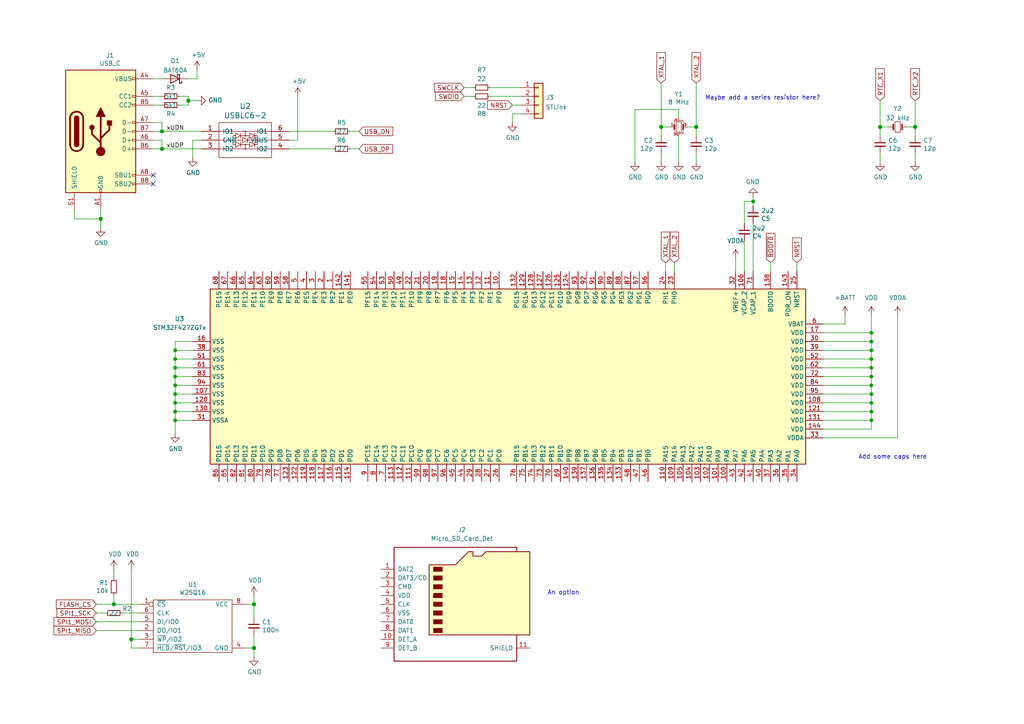
<source format=kicad_sch>
(kicad_sch (version 20211123) (generator eeschema)
  (paper "A4")
  (title_block (title "Mini17 - QRP M17 handheld") (date "2022-07-25") (rev "A") (company "M17 Project"))
  (lib_symbols
    (symbol "Connector:Micro_SD_Card_Det" (pin_names (offset 1.016))
      (property "Reference" "J" (at -16.51 17.78 0))
      (property "Value" "Micro_SD_Card_Det" (at 16.51 17.78 0))
      (symbol "Micro_SD_Card_Det_0_1"
        (rectangle (start -7.62 -6.985) (end -5.08 -8.255) (fill (type outline)))
        (rectangle (start -7.62 -4.445) (end -5.08 -5.715) (fill (type outline)))
        (rectangle (start -7.62 -1.905) (end -5.08 -3.175) (fill (type outline)))
        (rectangle (start -7.62 0.635) (end -5.08 -0.635) (fill (type outline)))
        (rectangle (start -7.62 3.175) (end -5.08 1.905) (fill (type outline)))
        (rectangle (start -7.62 5.715) (end -5.08 4.445) (fill (type outline)))
        (rectangle (start -7.62 8.255) (end -5.08 6.985) (fill (type outline)))
        (rectangle (start -7.62 10.795) (end -5.08 9.525) (fill (type outline)))
        (polyline (pts (xy 16.51 15.24) (xy 16.51 16.51) (xy -19.05 16.51) (xy -19.05 -16.51) (xy 16.51 -16.51) (xy 16.51 -8.89)) (stroke (width 0.254)))
        (polyline (pts (xy -8.89 -8.89) (xy -8.89 11.43) (xy -1.27 11.43) (xy 2.54 15.24) (xy 3.81 15.24) (xy 3.81 13.97) (xy 6.35 13.97) (xy 7.62 15.24) (xy 20.32 15.24) (xy 20.32 -8.89) (xy -8.89 -8.89)) (stroke (width 0.254)) (fill (type background)))
      )
      (symbol "Micro_SD_Card_Det_1_1"
        (pin bidirectional line (at -22.86 10.16 0) (length 3.81) (name "DAT2") (number "1"))
        (pin passive line (at -22.86 -10.16 0) (length 3.81) (name "DET_A") (number "10"))
        (pin passive line (at 20.32 -12.7 180) (length 3.81) (name "SHIELD") (number "11"))
        (pin bidirectional line (at -22.86 7.62 0) (length 3.81) (name "DAT3/CD") (number "2"))
        (pin input line (at -22.86 5.08 0) (length 3.81) (name "CMD") (number "3"))
        (pin power_in line (at -22.86 2.54 0) (length 3.81) (name "VDD") (number "4"))
        (pin input line (at -22.86 0 0) (length 3.81) (name "CLK") (number "5"))
        (pin power_in line (at -22.86 -2.54 0) (length 3.81) (name "VSS") (number "6"))
        (pin bidirectional line (at -22.86 -5.08 0) (length 3.81) (name "DAT0") (number "7"))
        (pin bidirectional line (at -22.86 -7.62 0) (length 3.81) (name "DAT1") (number "8"))
        (pin passive line (at -22.86 -12.7 0) (length 3.81) (name "DET_B") (number "9"))
      )
    )
    (symbol "Connector:USB_C_Receptacle_USB2.0" (pin_names (offset 1.016))
      (property "Reference" "J" (at -10.16 19.05 0))
      (property "Value" "USB_C_Receptacle_USB2.0" (at 19.05 19.05 0))
      (symbol "USB_C_Receptacle_USB2.0_0_0"
        (rectangle (start -0.254 -17.78) (end 0.254 -16.764))
        (rectangle (start 10.16 -14.986) (end 9.144 -15.494))
        (rectangle (start 10.16 -12.446) (end 9.144 -12.954))
        (rectangle (start 10.16 -4.826) (end 9.144 -5.334))
        (rectangle (start 10.16 -2.286) (end 9.144 -2.794))
        (rectangle (start 10.16 0.254) (end 9.144 -0.254))
        (rectangle (start 10.16 2.794) (end 9.144 2.286))
        (rectangle (start 10.16 7.874) (end 9.144 7.366))
        (rectangle (start 10.16 10.414) (end 9.144 9.906))
        (rectangle (start 10.16 15.494) (end 9.144 14.986))
      )
      (symbol "USB_C_Receptacle_USB2.0_0_1"
        (rectangle (start -10.16 17.78) (end 10.16 -17.78) (stroke (width 0.254)) (fill (type background)))
        (arc (start -8.89 -3.81) (mid -6.985 -5.715) (end -5.08 -3.81) (stroke (width 0.508)))
        (arc (start -7.62 -3.81) (mid -6.985 -4.445) (end -6.35 -3.81) (stroke (width 0.254)))
        (arc (start -7.62 -3.81) (mid -6.985 -4.445) (end -6.35 -3.81) (stroke (width 0.254)) (fill (type outline)))
        (rectangle (start -7.62 -3.81) (end -6.35 3.81) (stroke (width 0.254)) (fill (type outline)))
        (arc (start -6.35 3.81) (mid -6.985 4.445) (end -7.62 3.81) (stroke (width 0.254)))
        (arc (start -6.35 3.81) (mid -6.985 4.445) (end -7.62 3.81) (stroke (width 0.254)) (fill (type outline)))
        (arc (start -5.08 3.81) (mid -6.985 5.715) (end -8.89 3.81) (stroke (width 0.508)))
        (circle (center -2.54 1.143) (radius 0.635) (stroke (width 0.254)) (fill (type outline)))
        (circle (center 0 -5.842) (radius 1.27) (fill (type outline)))
        (polyline (pts (xy -8.89 -3.81) (xy -8.89 3.81)) (stroke (width 0.508)))
        (polyline (pts (xy -5.08 3.81) (xy -5.08 -3.81)) (stroke (width 0.508)))
        (polyline (pts (xy 0 -5.842) (xy 0 4.318)) (stroke (width 0.508)))
        (polyline (pts (xy 0 -3.302) (xy -2.54 -0.762) (xy -2.54 0.508)) (stroke (width 0.508)))
        (polyline (pts (xy 0 -2.032) (xy 2.54 0.508) (xy 2.54 1.778)) (stroke (width 0.508)))
        (polyline (pts (xy -1.27 4.318) (xy 0 6.858) (xy 1.27 4.318) (xy -1.27 4.318)) (stroke (width 0.254)) (fill (type outline)))
        (rectangle (start 1.905 1.778) (end 3.175 3.048) (stroke (width 0.254)) (fill (type outline)))
      )
      (symbol "USB_C_Receptacle_USB2.0_1_1"
        (pin passive line (at 0 -22.86 90) (length 5.08) (name "GND") (number "A1"))
        (pin passive line (at 0 -22.86 90) (length 5.08) hide (name "GND") (number "A12"))
        (pin passive line (at 15.24 15.24 180) (length 5.08) (name "VBUS") (number "A4"))
        (pin bidirectional line (at 15.24 10.16 180) (length 5.08) (name "CC1") (number "A5"))
        (pin bidirectional line (at 15.24 -2.54 180) (length 5.08) (name "D+") (number "A6"))
        (pin bidirectional line (at 15.24 2.54 180) (length 5.08) (name "D-") (number "A7"))
        (pin bidirectional line (at 15.24 -12.7 180) (length 5.08) (name "SBU1") (number "A8"))
        (pin passive line (at 15.24 15.24 180) (length 5.08) hide (name "VBUS") (number "A9"))
        (pin passive line (at 0 -22.86 90) (length 5.08) hide (name "GND") (number "B1"))
        (pin passive line (at 0 -22.86 90) (length 5.08) hide (name "GND") (number "B12"))
        (pin passive line (at 15.24 15.24 180) (length 5.08) hide (name "VBUS") (number "B4"))
        (pin bidirectional line (at 15.24 7.62 180) (length 5.08) (name "CC2") (number "B5"))
        (pin bidirectional line (at 15.24 -5.08 180) (length 5.08) (name "D+") (number "B6"))
        (pin bidirectional line (at 15.24 0 180) (length 5.08) (name "D-") (number "B7"))
        (pin bidirectional line (at 15.24 -15.24 180) (length 5.08) (name "SBU2") (number "B8"))
        (pin passive line (at 15.24 15.24 180) (length 5.08) hide (name "VBUS") (number "B9"))
        (pin passive line (at -7.62 -22.86 90) (length 5.08) (name "SHIELD") (number "S1"))
      )
    )
    (symbol "Connector_Generic:Conn_01x04" (pin_names (offset 1.016) hide)
      (property "Reference" "J" (at 0 5.08 0))
      (property "Value" "Conn_01x04" (at 0 -7.62 0))
      (symbol "Conn_01x04_1_1"
        (rectangle (start -1.27 -4.953) (end 0 -5.207) (stroke (width 0.1524)))
        (rectangle (start -1.27 -2.413) (end 0 -2.667) (stroke (width 0.1524)))
        (rectangle (start -1.27 0.127) (end 0 -0.127) (stroke (width 0.1524)))
        (rectangle (start -1.27 2.667) (end 0 2.413) (stroke (width 0.1524)))
        (rectangle (start -1.27 3.81) (end 1.27 -6.35) (stroke (width 0.254)) (fill (type background)))
        (pin passive line (at -5.08 2.54 0) (length 3.81) (name "Pin_1") (number "1"))
        (pin passive line (at -5.08 0 0) (length 3.81) (name "Pin_2") (number "2"))
        (pin passive line (at -5.08 -2.54 0) (length 3.81) (name "Pin_3") (number "3"))
        (pin passive line (at -5.08 -5.08 0) (length 3.81) (name "Pin_4") (number "4"))
      )
    )
    (symbol "Device:Crystal_GND24_Small" (pin_names (offset 1.016) hide)
      (property "Reference" "Y" (at 1.27 4.445 0))
      (property "Value" "Crystal_GND24_Small" (at 1.27 2.54 0))
      (symbol "Crystal_GND24_Small_0_1"
        (rectangle (start -0.762 -1.524) (end 0.762 1.524))
        (polyline (pts (xy -1.27 -0.762) (xy -1.27 0.762)) (stroke (width 0.381)))
        (polyline (pts (xy 1.27 -0.762) (xy 1.27 0.762)) (stroke (width 0.381)))
        (polyline (pts (xy -1.27 -1.27) (xy -1.27 -1.905) (xy 1.27 -1.905) (xy 1.27 -1.27)))
        (polyline (pts (xy -1.27 1.27) (xy -1.27 1.905) (xy 1.27 1.905) (xy 1.27 1.27)))
      )
      (symbol "Crystal_GND24_Small_1_1"
        (pin passive line (at -2.54 0 0) (length 1.27) (name "1") (number "1"))
        (pin passive line (at 0 -2.54 90) (length 0.635) (name "2") (number "2"))
        (pin passive line (at 2.54 0 180) (length 1.27) (name "3") (number "3"))
        (pin passive line (at 0 2.54 270) (length 0.635) (name "4") (number "4"))
      )
    )
    (symbol "Device:Crystal_Small" (pin_numbers hide) (pin_names (offset 1.016) hide)
      (property "Reference" "Y" (at 0 2.54 0))
      (property "Value" "Crystal_Small" (at 0 -2.54 0))
      (symbol "Crystal_Small_0_1"
        (rectangle (start -0.762 -1.524) (end 0.762 1.524))
        (polyline (pts (xy -1.27 -0.762) (xy -1.27 0.762)) (stroke (width 0.381)))
        (polyline (pts (xy 1.27 -0.762) (xy 1.27 0.762)) (stroke (width 0.381)))
      )
      (symbol "Crystal_Small_1_1"
        (pin passive line (at -2.54 0 0) (length 1.27) (name "1") (number "1"))
        (pin passive line (at 2.54 0 180) (length 1.27) (name "2") (number "2"))
      )
    )
    (symbol "Diode:BAT60A" (pin_numbers hide) (pin_names (offset 1.016) hide)
      (property "Reference" "D" (at 0 2.54 0))
      (property "Value" "BAT60A" (at 0 -2.54 0))
      (symbol "BAT60A_0_1"
        (polyline (pts (xy 1.27 0) (xy -1.27 0)))
        (polyline (pts (xy 1.27 1.27) (xy 1.27 -1.27) (xy -1.27 0) (xy 1.27 1.27)) (stroke (width 0.254)))
        (polyline (pts (xy -1.905 0.635) (xy -1.905 1.27) (xy -1.27 1.27) (xy -1.27 -1.27) (xy -0.635 -1.27) (xy -0.635 -0.635)) (stroke (width 0.254)))
      )
      (symbol "BAT60A_1_1"
        (pin passive line (at -3.81 0 0) (length 2.54) (name "K") (number "1"))
        (pin passive line (at 3.81 0 180) (length 2.54) (name "A") (number "2"))
      )
    )
    (symbol "MCU_ST_STM32F4:STM32F427ZGTx"
      (property "Reference" "U" (at -25.4 87.63 0))
      (property "Value" "STM32F427ZGTx" (at 20.32 87.63 0))
      (symbol "STM32F427ZGTx_0_1"
        (rectangle (start -25.4 -86.36) (end 25.4 86.36) (stroke (width 0.254)) (fill (type background)))
      )
      (symbol "STM32F427ZGTx_1_1"
        (pin bidirectional line (at -30.48 -50.8 0) (length 5.08) (name "PE2") (number "1"))
        (pin bidirectional line (at -30.48 -2.54 0) (length 5.08) (name "PF0") (number "10"))
        (pin bidirectional line (at 30.48 63.5 180) (length 5.08) (name "PA8") (number "100"))
        (pin bidirectional line (at 30.48 60.96 180) (length 5.08) (name "PA9") (number "101"))
        (pin bidirectional line (at 30.48 58.42 180) (length 5.08) (name "PA10") (number "102"))
        (pin bidirectional line (at 30.48 55.88 180) (length 5.08) (name "PA11") (number "103"))
        (pin bidirectional line (at 30.48 53.34 180) (length 5.08) (name "PA12") (number "104"))
        (pin bidirectional line (at 30.48 50.8 180) (length 5.08) (name "PA13") (number "105"))
        (pin power_in line (at -30.48 68.58 0) (length 5.08) (name "VCAP_2") (number "106"))
        (pin power_in line (at 5.08 -91.44 90) (length 5.08) (name "VSS") (number "107"))
        (pin power_in line (at 7.62 91.44 270) (length 5.08) (name "VDD") (number "108"))
        (pin bidirectional line (at 30.48 48.26 180) (length 5.08) (name "PA14") (number "109"))
        (pin bidirectional line (at -30.48 -5.08 0) (length 5.08) (name "PF1") (number "11"))
        (pin bidirectional line (at 30.48 45.72 180) (length 5.08) (name "PA15") (number "110"))
        (pin bidirectional line (at 30.48 -27.94 180) (length 5.08) (name "PC10") (number "111"))
        (pin bidirectional line (at 30.48 -30.48 180) (length 5.08) (name "PC11") (number "112"))
        (pin bidirectional line (at 30.48 -33.02 180) (length 5.08) (name "PC12") (number "113"))
        (pin bidirectional line (at 30.48 -45.72 180) (length 5.08) (name "PD0") (number "114"))
        (pin bidirectional line (at 30.48 -48.26 180) (length 5.08) (name "PD1") (number "115"))
        (pin bidirectional line (at 30.48 -50.8 180) (length 5.08) (name "PD2") (number "116"))
        (pin bidirectional line (at 30.48 -53.34 180) (length 5.08) (name "PD3") (number "117"))
        (pin bidirectional line (at 30.48 -55.88 180) (length 5.08) (name "PD4") (number "118"))
        (pin bidirectional line (at 30.48 -58.42 180) (length 5.08) (name "PD5") (number "119"))
        (pin bidirectional line (at -30.48 -7.62 0) (length 5.08) (name "PF2") (number "12"))
        (pin power_in line (at 7.62 -91.44 90) (length 5.08) (name "VSS") (number "120"))
        (pin power_in line (at 10.16 91.44 270) (length 5.08) (name "VDD") (number "121"))
        (pin bidirectional line (at 30.48 -60.96 180) (length 5.08) (name "PD6") (number "122"))
        (pin bidirectional line (at 30.48 -63.5 180) (length 5.08) (name "PD7") (number "123"))
        (pin bidirectional line (at -30.48 17.78 0) (length 5.08) (name "PG9") (number "124"))
        (pin bidirectional line (at -30.48 15.24 0) (length 5.08) (name "PG10") (number "125"))
        (pin bidirectional line (at -30.48 12.7 0) (length 5.08) (name "PG11") (number "126"))
        (pin bidirectional line (at -30.48 10.16 0) (length 5.08) (name "PG12") (number "127"))
        (pin bidirectional line (at -30.48 7.62 0) (length 5.08) (name "PG13") (number "128"))
        (pin bidirectional line (at -30.48 5.08 0) (length 5.08) (name "PG14") (number "129"))
        (pin bidirectional line (at -30.48 -10.16 0) (length 5.08) (name "PF3") (number "13"))
        (pin power_in line (at 10.16 -91.44 90) (length 5.08) (name "VSS") (number "130"))
        (pin power_in line (at 12.7 91.44 270) (length 5.08) (name "VDD") (number "131"))
        (pin bidirectional line (at -30.48 2.54 0) (length 5.08) (name "PG15") (number "132"))
        (pin bidirectional line (at 30.48 33.02 180) (length 5.08) (name "PB3") (number "133"))
        (pin bidirectional line (at 30.48 30.48 180) (length 5.08) (name "PB4") (number "134"))
        (pin bidirectional line (at 30.48 27.94 180) (length 5.08) (name "PB5") (number "135"))
        (pin bidirectional line (at 30.48 25.4 180) (length 5.08) (name "PB6") (number "136"))
        (pin bidirectional line (at 30.48 22.86 180) (length 5.08) (name "PB7") (number "137"))
        (pin input line (at -30.48 76.2 0) (length 5.08) (name "BOOT0") (number "138"))
        (pin bidirectional line (at 30.48 20.32 180) (length 5.08) (name "PB8") (number "139"))
        (pin bidirectional line (at -30.48 -12.7 0) (length 5.08) (name "PF4") (number "14"))
        (pin bidirectional line (at 30.48 17.78 180) (length 5.08) (name "PB9") (number "140"))
        (pin bidirectional line (at -30.48 -45.72 0) (length 5.08) (name "PE0") (number "141"))
        (pin bidirectional line (at -30.48 -48.26 0) (length 5.08) (name "PE1") (number "142"))
        (pin input line (at -30.48 81.28 0) (length 5.08) (name "PDR_ON") (number "143"))
        (pin power_in line (at 15.24 91.44 270) (length 5.08) (name "VDD") (number "144"))
        (pin bidirectional line (at -30.48 -15.24 0) (length 5.08) (name "PF5") (number "15"))
        (pin power_in line (at -10.16 -91.44 90) (length 5.08) (name "VSS") (number "16"))
        (pin power_in line (at -12.7 91.44 270) (length 5.08) (name "VDD") (number "17"))
        (pin bidirectional line (at -30.48 -17.78 0) (length 5.08) (name "PF6") (number "18"))
        (pin bidirectional line (at -30.48 -20.32 0) (length 5.08) (name "PF7") (number "19"))
        (pin bidirectional line (at -30.48 -53.34 0) (length 5.08) (name "PE3") (number "2"))
        (pin bidirectional line (at -30.48 -22.86 0) (length 5.08) (name "PF8") (number "20"))
        (pin bidirectional line (at -30.48 -25.4 0) (length 5.08) (name "PF9") (number "21"))
        (pin bidirectional line (at -30.48 -27.94 0) (length 5.08) (name "PF10") (number "22"))
        (pin input line (at -30.48 48.26 0) (length 5.08) (name "PH0") (number "23"))
        (pin input line (at -30.48 45.72 0) (length 5.08) (name "PH1") (number "24"))
        (pin input line (at -30.48 83.82 0) (length 5.08) (name "NRST") (number "25"))
        (pin bidirectional line (at 30.48 -2.54 180) (length 5.08) (name "PC0") (number "26"))
        (pin bidirectional line (at 30.48 -5.08 180) (length 5.08) (name "PC1") (number "27"))
        (pin bidirectional line (at 30.48 -7.62 180) (length 5.08) (name "PC2") (number "28"))
        (pin bidirectional line (at 30.48 -10.16 180) (length 5.08) (name "PC3") (number "29"))
        (pin bidirectional line (at -30.48 -55.88 0) (length 5.08) (name "PE4") (number "3"))
        (pin power_in line (at -10.16 91.44 270) (length 5.08) (name "VDD") (number "30"))
        (pin power_in line (at 12.7 -91.44 90) (length 5.08) (name "VSSA") (number "31"))
        (pin power_in line (at -30.48 66.04 0) (length 5.08) (name "VREF+") (number "32"))
        (pin power_in line (at 17.78 91.44 270) (length 5.08) (name "VDDA") (number "33"))
        (pin bidirectional line (at 30.48 83.82 180) (length 5.08) (name "PA0") (number "34"))
        (pin bidirectional line (at 30.48 81.28 180) (length 5.08) (name "PA1") (number "35"))
        (pin bidirectional line (at 30.48 78.74 180) (length 5.08) (name "PA2") (number "36"))
        (pin bidirectional line (at 30.48 76.2 180) (length 5.08) (name "PA3") (number "37"))
        (pin power_in line (at -7.62 -91.44 90) (length 5.08) (name "VSS") (number "38"))
        (pin power_in line (at -7.62 91.44 270) (length 5.08) (name "VDD") (number "39"))
        (pin bidirectional line (at -30.48 -58.42 0) (length 5.08) (name "PE5") (number "4"))
        (pin bidirectional line (at 30.48 73.66 180) (length 5.08) (name "PA4") (number "40"))
        (pin bidirectional line (at 30.48 71.12 180) (length 5.08) (name "PA5") (number "41"))
        (pin bidirectional line (at 30.48 68.58 180) (length 5.08) (name "PA6") (number "42"))
        (pin bidirectional line (at 30.48 66.04 180) (length 5.08) (name "PA7") (number "43"))
        (pin bidirectional line (at 30.48 -12.7 180) (length 5.08) (name "PC4") (number "44"))
        (pin bidirectional line (at 30.48 -15.24 180) (length 5.08) (name "PC5") (number "45"))
        (pin bidirectional line (at 30.48 40.64 180) (length 5.08) (name "PB0") (number "46"))
        (pin bidirectional line (at 30.48 38.1 180) (length 5.08) (name "PB1") (number "47"))
        (pin bidirectional line (at 30.48 35.56 180) (length 5.08) (name "PB2") (number "48"))
        (pin bidirectional line (at -30.48 -30.48 0) (length 5.08) (name "PF11") (number "49"))
        (pin bidirectional line (at -30.48 -60.96 0) (length 5.08) (name "PE6") (number "5"))
        (pin bidirectional line (at -30.48 -33.02 0) (length 5.08) (name "PF12") (number "50"))
        (pin power_in line (at -5.08 -91.44 90) (length 5.08) (name "VSS") (number "51"))
        (pin power_in line (at -5.08 91.44 270) (length 5.08) (name "VDD") (number "52"))
        (pin bidirectional line (at -30.48 -35.56 0) (length 5.08) (name "PF13") (number "53"))
        (pin bidirectional line (at -30.48 -38.1 0) (length 5.08) (name "PF14") (number "54"))
        (pin bidirectional line (at -30.48 -40.64 0) (length 5.08) (name "PF15") (number "55"))
        (pin bidirectional line (at -30.48 40.64 0) (length 5.08) (name "PG0") (number "56"))
        (pin bidirectional line (at -30.48 38.1 0) (length 5.08) (name "PG1") (number "57"))
        (pin bidirectional line (at -30.48 -63.5 0) (length 5.08) (name "PE7") (number "58"))
        (pin bidirectional line (at -30.48 -66.04 0) (length 5.08) (name "PE8") (number "59"))
        (pin power_in line (at -15.24 91.44 270) (length 5.08) (name "VBAT") (number "6"))
        (pin bidirectional line (at -30.48 -68.58 0) (length 5.08) (name "PE9") (number "60"))
        (pin power_in line (at -2.54 -91.44 90) (length 5.08) (name "VSS") (number "61"))
        (pin power_in line (at -2.54 91.44 270) (length 5.08) (name "VDD") (number "62"))
        (pin bidirectional line (at -30.48 -71.12 0) (length 5.08) (name "PE10") (number "63"))
        (pin bidirectional line (at -30.48 -73.66 0) (length 5.08) (name "PE11") (number "64"))
        (pin bidirectional line (at -30.48 -76.2 0) (length 5.08) (name "PE12") (number "65"))
        (pin bidirectional line (at -30.48 -78.74 0) (length 5.08) (name "PE13") (number "66"))
        (pin bidirectional line (at -30.48 -81.28 0) (length 5.08) (name "PE14") (number "67"))
        (pin bidirectional line (at -30.48 -83.82 0) (length 5.08) (name "PE15") (number "68"))
        (pin bidirectional line (at 30.48 15.24 180) (length 5.08) (name "PB10") (number "69"))
        (pin bidirectional line (at 30.48 -35.56 180) (length 5.08) (name "PC13") (number "7"))
        (pin bidirectional line (at 30.48 12.7 180) (length 5.08) (name "PB11") (number "70"))
        (pin power_in line (at -30.48 71.12 0) (length 5.08) (name "VCAP_1") (number "71"))
        (pin power_in line (at 0 91.44 270) (length 5.08) (name "VDD") (number "72"))
        (pin bidirectional line (at 30.48 10.16 180) (length 5.08) (name "PB12") (number "73"))
        (pin bidirectional line (at 30.48 7.62 180) (length 5.08) (name "PB13") (number "74"))
        (pin bidirectional line (at 30.48 5.08 180) (length 5.08) (name "PB14") (number "75"))
        (pin bidirectional line (at 30.48 2.54 180) (length 5.08) (name "PB15") (number "76"))
        (pin bidirectional line (at 30.48 -66.04 180) (length 5.08) (name "PD8") (number "77"))
        (pin bidirectional line (at 30.48 -68.58 180) (length 5.08) (name "PD9") (number "78"))
        (pin bidirectional line (at 30.48 -71.12 180) (length 5.08) (name "PD10") (number "79"))
        (pin bidirectional line (at 30.48 -38.1 180) (length 5.08) (name "PC14") (number "8"))
        (pin bidirectional line (at 30.48 -73.66 180) (length 5.08) (name "PD11") (number "80"))
        (pin bidirectional line (at 30.48 -76.2 180) (length 5.08) (name "PD12") (number "81"))
        (pin bidirectional line (at 30.48 -78.74 180) (length 5.08) (name "PD13") (number "82"))
        (pin power_in line (at 0 -91.44 90) (length 5.08) (name "VSS") (number "83"))
        (pin power_in line (at 2.54 91.44 270) (length 5.08) (name "VDD") (number "84"))
        (pin bidirectional line (at 30.48 -81.28 180) (length 5.08) (name "PD14") (number "85"))
        (pin bidirectional line (at 30.48 -83.82 180) (length 5.08) (name "PD15") (number "86"))
        (pin bidirectional line (at -30.48 35.56 0) (length 5.08) (name "PG2") (number "87"))
        (pin bidirectional line (at -30.48 33.02 0) (length 5.08) (name "PG3") (number "88"))
        (pin bidirectional line (at -30.48 30.48 0) (length 5.08) (name "PG4") (number "89"))
        (pin bidirectional line (at 30.48 -40.64 180) (length 5.08) (name "PC15") (number "9"))
        (pin bidirectional line (at -30.48 27.94 0) (length 5.08) (name "PG5") (number "90"))
        (pin bidirectional line (at -30.48 25.4 0) (length 5.08) (name "PG6") (number "91"))
        (pin bidirectional line (at -30.48 22.86 0) (length 5.08) (name "PG7") (number "92"))
        (pin bidirectional line (at -30.48 20.32 0) (length 5.08) (name "PG8") (number "93"))
        (pin power_in line (at 2.54 -91.44 90) (length 5.08) (name "VSS") (number "94"))
        (pin power_in line (at 5.08 91.44 270) (length 5.08) (name "VDD") (number "95"))
        (pin bidirectional line (at 30.48 -17.78 180) (length 5.08) (name "PC6") (number "96"))
        (pin bidirectional line (at 30.48 -20.32 180) (length 5.08) (name "PC7") (number "97"))
        (pin bidirectional line (at 30.48 -22.86 180) (length 5.08) (name "PC8") (number "98"))
        (pin bidirectional line (at 30.48 -25.4 180) (length 5.08) (name "PC9") (number "99"))
      )
    )
    (symbol "pkl_device:pkl_C_Small" (pin_numbers hide) (pin_names (offset 0.254) hide)
      (property "Reference" "C" (at 0.254 1.778 0))
      (property "Value" "pkl_C_Small" (at 0.254 -2.032 0))
      (symbol "pkl_C_Small_0_1"
        (polyline (pts (xy -1.524 -0.508) (xy 1.524 -0.508)) (stroke (width 0.3302)))
        (polyline (pts (xy -1.524 0.508) (xy 1.524 0.508)) (stroke (width 0.3048)))
      )
      (symbol "pkl_C_Small_1_1"
        (pin passive line (at 0 2.54 270) (length 1.905) (name "~") (number "1"))
        (pin passive line (at 0 -2.54 90) (length 2.032) (name "~") (number "2"))
      )
    )
    (symbol "pkl_device:pkl_R_Small" (pin_numbers hide) (pin_names (offset 0.254) hide)
      (property "Reference" "R" (at 0.762 0.508 0))
      (property "Value" "pkl_R_Small" (at 0.762 -1.016 0))
      (symbol "pkl_R_Small_0_1"
        (rectangle (start -0.762 1.778) (end 0.762 -1.778) (stroke (width 0.2032)))
      )
      (symbol "pkl_R_Small_1_1"
        (pin passive line (at 0 2.54 270) (length 0.762) (name "~") (number "1"))
        (pin passive line (at 0 -2.54 90) (length 0.762) (name "~") (number "2"))
      )
    )
    (symbol "pkl_memory:W25Q" (pin_names (offset 1.016))
      (property "Reference" "U" (at 0 -10.16 0))
      (property "Value" "W25Q" (at 0 7.62 0))
      (symbol "W25Q_1_1"
        (rectangle (start -11.43 -8.89) (end 11.43 6.35))
        (pin passive inverted (at -15.24 5.08 0) (length 3.81) (name "~{CS}") (number "1"))
        (pin passive line (at -15.24 -2.54 0) (length 3.81) (name "DO/IO1") (number "2"))
        (pin passive line (at -15.24 -5.08 0) (length 3.81) (name "~{WP}/IO2") (number "3"))
        (pin passive line (at 15.24 -7.62 180) (length 3.81) (name "GND") (number "4"))
        (pin passive line (at -15.24 0 0) (length 3.81) (name "DI/IO0") (number "5"))
        (pin passive line (at -15.24 2.54 0) (length 3.81) (name "CLK") (number "6"))
        (pin passive line (at -15.24 -7.62 0) (length 3.81) (name "~{HLD}/~{RST}/IO3") (number "7"))
        (pin passive line (at 15.24 5.08 180) (length 3.81) (name "VCC") (number "8"))
      )
    )
    (symbol "pkl_misc:USBLC6-2" (pin_names (offset 1.016))
      (property "Reference" "U" (at 0 -7.62 0))
      (property "Value" "USBLC6-2" (at 0 7.62 0))
      (symbol "USBLC6-2_0_1"
        (rectangle (start -7.62 5.08) (end 7.62 -5.08))
        (circle (center -3.556 0) (radius 0.127))
        (circle (center 0 -2.54) (radius 0.127))
        (circle (center 0 -1.27) (radius 0.127))
        (polyline (pts (xy -7.62 -2.54) (xy 7.62 -2.54)))
        (polyline (pts (xy -7.62 0) (xy -0.762 0)))
        (polyline (pts (xy -7.62 2.54) (xy 7.62 2.54)))
        (polyline (pts (xy -1.27 -1.27) (xy 1.27 -1.27)))
        (polyline (pts (xy -1.27 -0.508) (xy -1.27 -2.032)))
        (polyline (pts (xy -1.27 0.508) (xy -1.27 2.032)))
        (polyline (pts (xy -1.27 1.27) (xy 1.27 1.27)))
        (polyline (pts (xy 0 -1.27) (xy 0 -2.54)))
        (polyline (pts (xy 0 1.27) (xy 0 2.54)))
        (polyline (pts (xy 0.762 0) (xy 7.62 0)))
        (polyline (pts (xy 2.794 -0.508) (xy 2.794 -2.032)))
        (polyline (pts (xy 2.794 2.032) (xy 2.794 0.508)))
        (polyline (pts (xy -3.556 0) (xy -3.556 -1.27) (xy -2.794 -1.27)))
        (polyline (pts (xy -2.794 1.27) (xy -3.556 1.27) (xy -3.556 0)))
        (polyline (pts (xy 2.794 -1.27) (xy 3.556 -1.27) (xy 3.556 0)))
        (polyline (pts (xy 2.794 1.27) (xy 3.556 1.27) (xy 3.556 0)))
        (polyline (pts (xy -2.794 -0.508) (xy -2.794 -2.032) (xy -1.27 -1.27) (xy -2.794 -0.508)))
        (polyline (pts (xy -2.794 0.508) (xy -1.27 1.27) (xy -2.794 2.032) (xy -2.794 0.508)))
        (polyline (pts (xy -0.762 0.762) (xy -0.762 -0.762) (xy 0.762 0) (xy -0.762 0.762)))
        (polyline (pts (xy 0.508 -0.762) (xy 0.762 -0.508) (xy 0.762 0.508) (xy 1.016 0.762)))
        (polyline (pts (xy 1.27 -0.508) (xy 2.794 -1.27) (xy 1.27 -2.032) (xy 1.27 -0.508)))
        (polyline (pts (xy 1.27 2.032) (xy 1.27 0.508) (xy 2.794 1.27) (xy 1.27 2.032)))
        (circle (center 0 1.27) (radius 0.127))
        (circle (center 0 2.54) (radius 0.127))
        (circle (center 3.556 0) (radius 0.127))
      )
      (symbol "USBLC6-2_1_1"
        (pin bidirectional line (at -12.7 2.54 0) (length 5.08) (name "IO1") (number "1"))
        (pin power_in line (at -12.7 0 0) (length 5.08) (name "GND") (number "2"))
        (pin bidirectional line (at -12.7 -2.54 0) (length 5.08) (name "IO2") (number "3"))
        (pin bidirectional line (at 12.7 -2.54 180) (length 5.08) (name "IO2") (number "4"))
        (pin power_in line (at 12.7 0 180) (length 5.08) (name "VBUS") (number "5"))
        (pin bidirectional line (at 12.7 2.54 180) (length 5.08) (name "IO1") (number "6"))
      )
    )
    (symbol "power:+5V" (power) (pin_names (offset 0))
      (property "Value" "+5V" (at 0 3.556 0))
      (symbol "+5V_0_1"
        (polyline (pts (xy -0.762 1.27) (xy 0 2.54)))
        (polyline (pts (xy 0 0) (xy 0 2.54)))
        (polyline (pts (xy 0 2.54) (xy 0.762 1.27)))
      )
      (symbol "+5V_1_1"
        (pin power_in line (at 0 0 90) (length 0) hide (name "+5V") (number "1"))
      )
    )
    (symbol "power:+BATT" (power) (pin_names (offset 0))
      (property "Value" "+BATT" (at 0 3.556 0))
      (symbol "+BATT_0_1"
        (polyline (pts (xy -0.762 1.27) (xy 0 2.54)))
        (polyline (pts (xy 0 0) (xy 0 2.54)))
        (polyline (pts (xy 0 2.54) (xy 0.762 1.27)))
      )
      (symbol "+BATT_1_1"
        (pin power_in line (at 0 0 90) (length 0) hide (name "+BATT") (number "1"))
      )
    )
    (symbol "power:GND" (power) (pin_names (offset 0))
      (property "Value" "GND" (at 0 -3.81 0))
      (symbol "GND_0_1"
        (polyline (pts (xy 0 0) (xy 0 -1.27) (xy 1.27 -1.27) (xy 0 -2.54) (xy -1.27 -1.27) (xy 0 -1.27)))
      )
      (symbol "GND_1_1"
        (pin power_in line (at 0 0 270) (length 0) hide (name "GND") (number "1"))
      )
    )
    (symbol "power:VDD" (power) (pin_names (offset 0))
      (property "Value" "VDD" (at 0 3.81 0))
      (symbol "VDD_0_1"
        (polyline (pts (xy -0.762 1.27) (xy 0 2.54)))
        (polyline (pts (xy 0 0) (xy 0 2.54)))
        (polyline (pts (xy 0 2.54) (xy 0.762 1.27)))
      )
      (symbol "VDD_1_1"
        (pin power_in line (at 0 0 90) (length 0) hide (name "VDD") (number "1"))
      )
    )
    (symbol "power:VDDA" (power) (pin_names (offset 0))
      (property "Value" "VDDA" (at 0 3.81 0))
      (symbol "VDDA_0_1"
        (polyline (pts (xy -0.762 1.27) (xy 0 2.54)))
        (polyline (pts (xy 0 0) (xy 0 2.54)))
        (polyline (pts (xy 0 2.54) (xy 0.762 1.27)))
      )
      (symbol "VDDA_1_1"
        (pin power_in line (at 0 0 90) (length 0) hide (name "VDDA") (number "1"))
      )
    )
  )
  (junction (at 252.73 104.14))
  (junction (at 265.43 36.83) (diameter 1.016))
  (junction (at 50.8 109.22))
  (junction (at 252.73 121.92))
  (junction (at 252.73 111.76))
  (junction (at 252.73 96.52))
  (junction (at 46.99 43.18) (diameter 1.016))
  (junction (at 201.93 36.83) (diameter 1.016))
  (junction (at 46.99 38.1) (diameter 1.016))
  (junction (at 73.66 175.26) (diameter 1.016))
  (junction (at 33.02 175.26) (diameter 1.016))
  (junction (at 255.27 36.83) (diameter 1.016))
  (junction (at 50.8 106.68))
  (junction (at 252.73 114.3))
  (junction (at 50.8 114.3))
  (junction (at 50.8 111.76))
  (junction (at 50.8 104.14))
  (junction (at 252.73 101.6))
  (junction (at 50.8 116.84))
  (junction (at 252.73 119.38))
  (junction (at 252.73 99.06))
  (junction (at 218.44 58.42))
  (junction (at 50.8 101.6))
  (junction (at 252.73 109.22))
  (junction (at 252.73 106.68))
  (junction (at 38.1 185.42) (diameter 1.016))
  (junction (at 50.8 121.92))
  (junction (at 29.21 63.5) (diameter 1.016))
  (junction (at 50.8 119.38))
  (junction (at 191.77 36.83) (diameter 1.016))
  (junction (at 252.73 116.84))
  (junction (at 73.66 187.96) (diameter 1.016))
  (junction (at 54.61 29.21) (diameter 1.016))
  (no_connect (at 44.45 53.34))
  (no_connect (at 44.45 50.8))
  (wire (pts (xy 21.59 63.5) (xy 29.21 63.5)))
  (wire (pts (xy 83.82 38.1) (xy 96.52 38.1)))
  (wire (pts (xy 50.8 125.73) (xy 50.8 121.92)))
  (wire (pts (xy 252.73 114.3) (xy 252.73 111.76)))
  (wire (pts (xy 223.52 78.74) (xy 223.52 76.2)))
  (wire (pts (xy 252.73 99.06) (xy 252.73 96.52)))
  (wire (pts (xy 71.12 187.96) (xy 73.66 187.96)))
  (wire (pts (xy 50.8 119.38) (xy 55.88 119.38)))
  (wire (pts (xy 50.8 106.68) (xy 50.8 104.14)))
  (wire (pts (xy 54.61 27.94) (xy 54.61 29.21)))
  (wire (pts (xy 252.73 96.52) (xy 252.73 91.44)))
  (wire (pts (xy 50.8 114.3) (xy 55.88 114.3)))
  (wire (pts (xy 252.73 124.46) (xy 252.73 121.92)))
  (wire (pts (xy 252.73 109.22) (xy 252.73 106.68)))
  (wire (pts (xy 40.64 185.42) (xy 38.1 185.42)))
  (wire (pts (xy 215.9 69.85) (xy 215.9 78.74)))
  (wire (pts (xy 215.9 58.42) (xy 218.44 58.42)))
  (wire (pts (xy 38.1 187.96) (xy 38.1 185.42)))
  (wire (pts (xy 50.8 116.84) (xy 55.88 116.84)))
  (wire (pts (xy 238.76 96.52) (xy 252.73 96.52)))
  (wire (pts (xy 199.39 36.83) (xy 201.93 36.83)))
  (wire (pts (xy 73.66 187.96) (xy 73.66 184.15)))
  (wire (pts (xy 52.07 27.94) (xy 54.61 27.94)))
  (wire (pts (xy 193.04 76.2) (xy 193.04 78.74)))
  (wire (pts (xy 83.82 43.18) (xy 96.52 43.18)))
  (wire (pts (xy 46.99 43.18) (xy 58.42 43.18)))
  (wire (pts (xy 50.8 119.38) (xy 50.8 116.84)))
  (wire (pts (xy 50.8 109.22) (xy 55.88 109.22)))
  (wire (pts (xy 40.64 180.34) (xy 27.94 180.34)))
  (wire (pts (xy 238.76 104.14) (xy 252.73 104.14)))
  (wire (pts (xy 255.27 36.83) (xy 257.81 36.83)))
  (wire (pts (xy 101.6 38.1) (xy 104.14 38.1)))
  (wire (pts (xy 255.27 29.21) (xy 255.27 36.83)))
  (wire (pts (xy 40.64 177.8) (xy 35.56 177.8)))
  (wire (pts (xy 54.61 29.21) (xy 54.61 30.48)))
  (wire (pts (xy 137.16 25.4) (xy 134.62 25.4)))
  (wire (pts (xy 21.59 60.96) (xy 21.59 63.5)))
  (wire (pts (xy 238.76 101.6) (xy 252.73 101.6)))
  (wire (pts (xy 50.8 104.14) (xy 55.88 104.14)))
  (wire (pts (xy 238.76 99.06) (xy 252.73 99.06)))
  (wire (pts (xy 252.73 111.76) (xy 252.73 109.22)))
  (wire (pts (xy 50.8 111.76) (xy 50.8 109.22)))
  (wire (pts (xy 54.61 30.48) (xy 52.07 30.48)))
  (wire (pts (xy 50.8 116.84) (xy 50.8 114.3)))
  (wire (pts (xy 238.76 111.76) (xy 252.73 111.76)))
  (wire (pts (xy 27.94 175.26) (xy 33.02 175.26)))
  (wire (pts (xy 44.45 40.64) (xy 46.99 40.64)))
  (wire (pts (xy 196.85 39.37) (xy 196.85 46.99)))
  (wire (pts (xy 215.9 64.77) (xy 215.9 58.42)))
  (wire (pts (xy 73.66 187.96) (xy 73.66 190.5)))
  (wire (pts (xy 50.8 109.22) (xy 50.8 106.68)))
  (wire (pts (xy 57.15 22.86) (xy 57.15 20.32)))
  (wire (pts (xy 29.21 63.5) (xy 29.21 60.96)))
  (wire (pts (xy 54.61 29.21) (xy 57.15 29.21)))
  (wire (pts (xy 191.77 36.83) (xy 194.31 36.83)))
  (wire (pts (xy 201.93 44.45) (xy 201.93 46.99)))
  (wire (pts (xy 151.13 33.02) (xy 148.59 33.02)))
  (wire (pts (xy 44.45 27.94) (xy 46.99 27.94)))
  (wire (pts (xy 54.61 22.86) (xy 57.15 22.86)))
  (wire (pts (xy 201.93 36.83) (xy 201.93 39.37)))
  (wire (pts (xy 213.36 74.93) (xy 213.36 78.74)))
  (wire (pts (xy 40.64 175.26) (xy 33.02 175.26)))
  (wire (pts (xy 245.11 93.98) (xy 238.76 93.98)))
  (wire (pts (xy 55.88 40.64) (xy 55.88 45.72)))
  (wire (pts (xy 50.8 111.76) (xy 55.88 111.76)))
  (wire (pts (xy 29.21 63.5) (xy 29.21 66.04)))
  (wire (pts (xy 38.1 185.42) (xy 38.1 165.1)))
  (wire (pts (xy 191.77 24.13) (xy 191.77 36.83)))
  (wire (pts (xy 195.58 76.2) (xy 195.58 78.74)))
  (wire (pts (xy 58.42 40.64) (xy 55.88 40.64)))
  (wire (pts (xy 44.45 38.1) (xy 46.99 38.1)))
  (wire (pts (xy 50.8 101.6) (xy 55.88 101.6)))
  (wire (pts (xy 252.73 101.6) (xy 252.73 99.06)))
  (wire (pts (xy 40.64 182.88) (xy 27.94 182.88)))
  (wire (pts (xy 218.44 64.77) (xy 218.44 78.74)))
  (wire (pts (xy 44.45 30.48) (xy 46.99 30.48)))
  (wire (pts (xy 46.99 38.1) (xy 58.42 38.1)))
  (wire (pts (xy 44.45 43.18) (xy 46.99 43.18)))
  (wire (pts (xy 184.15 31.75) (xy 184.15 46.99)))
  (wire (pts (xy 71.12 175.26) (xy 73.66 175.26)))
  (wire (pts (xy 50.8 106.68) (xy 55.88 106.68)))
  (wire (pts (xy 252.73 104.14) (xy 252.73 101.6)))
  (wire (pts (xy 33.02 167.64) (xy 33.02 165.1)))
  (wire (pts (xy 142.24 27.94) (xy 151.13 27.94)))
  (wire (pts (xy 231.14 76.2) (xy 231.14 78.74)))
  (wire (pts (xy 33.02 175.26) (xy 33.02 172.72)))
  (wire (pts (xy 252.73 119.38) (xy 252.73 116.84)))
  (wire (pts (xy 260.35 127) (xy 260.35 91.44)))
  (wire (pts (xy 265.43 44.45) (xy 265.43 46.99)))
  (wire (pts (xy 252.73 116.84) (xy 252.73 114.3)))
  (wire (pts (xy 101.6 43.18) (xy 104.14 43.18)))
  (wire (pts (xy 137.16 27.94) (xy 134.62 27.94)))
  (wire (pts (xy 238.76 109.22) (xy 252.73 109.22)))
  (wire (pts (xy 218.44 59.69) (xy 218.44 58.42)))
  (wire (pts (xy 238.76 114.3) (xy 252.73 114.3)))
  (wire (pts (xy 151.13 30.48) (xy 148.59 30.48)))
  (wire (pts (xy 73.66 175.26) (xy 73.66 179.07)))
  (wire (pts (xy 238.76 116.84) (xy 252.73 116.84)))
  (wire (pts (xy 238.76 121.92) (xy 252.73 121.92)))
  (wire (pts (xy 50.8 104.14) (xy 50.8 101.6)))
  (wire (pts (xy 255.27 36.83) (xy 255.27 39.37)))
  (wire (pts (xy 201.93 24.13) (xy 201.93 36.83)))
  (wire (pts (xy 196.85 34.29) (xy 196.85 31.75)))
  (wire (pts (xy 50.8 101.6) (xy 50.8 99.06)))
  (wire (pts (xy 142.24 25.4) (xy 151.13 25.4)))
  (wire (pts (xy 50.8 99.06) (xy 55.88 99.06)))
  (wire (pts (xy 148.59 33.02) (xy 148.59 35.56)))
  (wire (pts (xy 46.99 35.56) (xy 46.99 38.1)))
  (wire (pts (xy 255.27 44.45) (xy 255.27 46.99)))
  (wire (pts (xy 265.43 36.83) (xy 265.43 39.37)))
  (wire (pts (xy 238.76 106.68) (xy 252.73 106.68)))
  (wire (pts (xy 50.8 121.92) (xy 55.88 121.92)))
  (wire (pts (xy 245.11 91.44) (xy 245.11 93.98)))
  (wire (pts (xy 238.76 127) (xy 260.35 127)))
  (wire (pts (xy 44.45 35.56) (xy 46.99 35.56)))
  (wire (pts (xy 86.36 27.94) (xy 86.36 40.64)))
  (wire (pts (xy 196.85 31.75) (xy 184.15 31.75)))
  (wire (pts (xy 252.73 121.92) (xy 252.73 119.38)))
  (wire (pts (xy 265.43 29.21) (xy 265.43 36.83)))
  (wire (pts (xy 83.82 40.64) (xy 86.36 40.64)))
  (wire (pts (xy 262.89 36.83) (xy 265.43 36.83)))
  (wire (pts (xy 73.66 175.26) (xy 73.66 172.72)))
  (wire (pts (xy 50.8 121.92) (xy 50.8 119.38)))
  (wire (pts (xy 46.99 40.64) (xy 46.99 43.18)))
  (wire (pts (xy 238.76 124.46) (xy 252.73 124.46)))
  (wire (pts (xy 238.76 119.38) (xy 252.73 119.38)))
  (wire (pts (xy 191.77 39.37) (xy 191.77 36.83)))
  (wire (pts (xy 30.48 177.8) (xy 27.94 177.8)))
  (wire (pts (xy 191.77 44.45) (xy 191.77 46.99)))
  (wire (pts (xy 252.73 106.68) (xy 252.73 104.14)))
  (wire (pts (xy 40.64 187.96) (xy 38.1 187.96)))
  (wire (pts (xy 50.8 114.3) (xy 50.8 111.76)))
  (wire (pts (xy 44.45 22.86) (xy 46.99 22.86)))
  (wire (pts (xy 218.44 57.15) (xy 218.44 58.42)))
  (text "An option" (at 158.75 172.72 0) (effects (font (size 1.27 1.27)) (justify left bottom)))
  (text "Maybe add a series resistor here?" (at 204.47 29.21 0) (effects (font (size 1.27 1.27)) (justify left bottom)))
  (text "Add some caps here" (at 248.92 133.35 0) (effects (font (size 1.27 1.27)) (justify left bottom)))
  (label "xUDP" (at 48.26 43.18 0))
  (label "xUDN" (at 48.26 38.1 0))
  (global_label "SPI1_MOSI" (shape input) (at 27.94 180.34 180) (property "Intersheet References" "${INTERSHEET_REFS}" (effects hide)))
  (global_label "XTAL_1" (shape input) (at 193.04 76.2 90) (property "Intersheet References" "${INTERSHEET_REFS}" (effects hide)))
  (global_label "SPI1_SCK" (shape input) (at 27.94 177.8 180) (property "Intersheet References" "${INTERSHEET_REFS}" (effects hide)))
  (global_label "RTC_X2" (shape input) (at 265.43 29.21 90) (property "Intersheet References" "${INTERSHEET_REFS}" (effects hide)))
  (global_label "SWCLK" (shape input) (at 134.62 25.4 180) (property "Intersheet References" "${INTERSHEET_REFS}" (effects hide)))
  (global_label "XTAL_2" (shape input) (at 201.93 24.13 90) (property "Intersheet References" "${INTERSHEET_REFS}" (effects hide)))
  (global_label "~{BOOT0}" (shape input) (at 223.52 76.2 90) (property "Intersheet References" "${INTERSHEET_REFS}" (effects hide)))
  (global_label "SWDIO" (shape input) (at 134.62 27.94 180) (property "Intersheet References" "${INTERSHEET_REFS}" (effects hide)))
  (global_label "XTAL_1" (shape input) (at 191.77 24.13 90) (property "Intersheet References" "${INTERSHEET_REFS}" (effects hide)))
  (global_label "RTC_X1" (shape input) (at 255.27 29.21 90) (property "Intersheet References" "${INTERSHEET_REFS}" (effects hide)))
  (global_label "SPI1_MISO" (shape input) (at 27.94 182.88 180) (property "Intersheet References" "${INTERSHEET_REFS}" (effects hide)))
  (global_label "NRST" (shape input) (at 231.14 76.2 90) (property "Intersheet References" "${INTERSHEET_REFS}" (effects hide)))
  (global_label "USB_DN" (shape input) (at 104.14 38.1 0) (property "Intersheet References" "${INTERSHEET_REFS}" (effects hide)))
  (global_label "NRST" (shape input) (at 148.59 30.48 180) (property "Intersheet References" "${INTERSHEET_REFS}" (effects hide)))
  (global_label "USB_DP" (shape input) (at 104.14 43.18 0) (property "Intersheet References" "${INTERSHEET_REFS}" (effects hide)))
  (global_label "XTAL_2" (shape input) (at 195.58 76.2 90) (property "Intersheet References" "${INTERSHEET_REFS}" (effects hide)))
  (global_label "FLASH_CS" (shape input) (at 27.94 175.26 180) (property "Intersheet References" "${INTERSHEET_REFS}" (effects hide)))
  (symbol (lib_id "power:GND") (at 196.85 46.99 0) (unit 1)
    (property "Reference" "#PWR0114" (effects hide))
    (property "Value" "GND" (at 196.977 51.3842 0))
  )
  (symbol (lib_id "power:GND") (at 55.88 45.72 0) (unit 1)
    (property "Reference" "#PWR0120" (effects hide))
    (property "Value" "GND" (at 56.007 50.1142 0))
  )
  (symbol (lib_id "power:GND") (at 255.27 46.99 0) (unit 1)
    (property "Reference" "#PWR0102" (effects hide))
    (property "Value" "GND" (at 255.397 51.3842 0))
  )
  (symbol (lib_id "power:GND") (at 50.8 125.73 0) (unit 1)
    (property "Reference" "#PWR0122" (effects hide))
    (property "Value" "GND" (at 50.927 130.1242 0))
  )
  (symbol (lib_id "MCU_ST_STM32F4:STM32F427ZGTx") (at 147.32 109.22 270) (unit 1)
    (property "Reference" "U3" (at 52.07 92.4812 90))
    (property "Value" "STM32F427ZGTx" (at 52.07 95.0212 90))
    (property "Footprint" "Package_QFP:LQFP-144_20x20mm_P0.5mm" (effects hide))
    (property "Datasheet" "http://www.st.com/st-web-ui/static/active/en/resource/technical/document/datasheet/DM00071990.pdf" (effects hide))
  )
  (symbol (lib_id "pkl_device:pkl_R_Small") (at 139.7 25.4 90) (unit 1)
    (property "Reference" "R7" (at 139.7 20.32 90))
    (property "Value" "22" (at 139.7 22.86 90))
    (property "Footprint" "Resistor_SMD:R_0402_1005Metric" (effects hide))
  )
  (symbol (lib_id "pkl_device:pkl_R_Small") (at 139.7 27.94 90) (unit 1)
    (property "Reference" "R8" (at 139.7 33.02 90))
    (property "Value" "22" (at 139.7 30.607 90))
    (property "Footprint" "Resistor_SMD:R_0402_1005Metric" (effects hide))
  )
  (symbol (lib_id "Connector:Micro_SD_Card_Det") (at 133.35 175.26 0) (unit 1)
    (property "Reference" "J2" (at 133.985 153.67 0))
    (property "Value" "Micro_SD_Card_Det" (at 133.985 156.21 0))
    (property "Footprint" "Connector_Card:microSD_HC_Hirose_DM3AT-SF-PEJM5" (effects hide))
    (property "Datasheet" "https://www.hirose.com/product/en/download_file/key_name/DM3/category/Catalog/doc_file_id/49662/?file_category_id=4&item_id=195&is_series=1" (effects hide))
  )
  (symbol (lib_id "power:GND") (at 148.59 35.56 0) (unit 1)
    (property "Reference" "#PWR0119" (effects hide))
    (property "Value" "GND" (at 148.717 39.9542 0))
  )
  (symbol (lib_id "power:+BATT") (at 245.11 91.44 0) (unit 1)
    (property "Reference" "#PWR0103" (effects hide))
    (property "Value" "+BATT" (at 245.11 86.36 0))
  )
  (symbol (lib_id "pkl_device:pkl_R_Small") (at 49.53 30.48 270) (unit 1)
    (property "Reference" "R4" (at 49.53 33.02 90))
    (property "Value" "5k1" (at 49.53 30.48 90))
    (property "Footprint" "Resistor_SMD:R_0402_1005Metric" (effects hide))
  )
  (symbol (lib_id "pkl_misc:USBLC6-2") (at 71.12 40.64 0) (unit 1)
    (property "Reference" "U2" (at 71.12 30.8102 0) (effects (font (size 1.524 1.524))))
    (property "Value" "USBLC6-2" (at 71.12 33.5026 0) (effects (font (size 1.524 1.524))))
    (property "Footprint" "pkl_housings_sot:SOT-23-6" (effects hide))
  )
  (symbol (lib_id "power:VDDA") (at 260.35 91.44 0) (unit 1)
    (property "Reference" "#PWR0104" (effects hide))
    (property "Value" "VDDA" (at 260.35 86.36 0))
  )
  (symbol (lib_id "power:GND") (at 184.15 46.99 0) (unit 1)
    (property "Reference" "#PWR0116" (effects hide))
    (property "Value" "GND" (at 184.277 51.3842 0))
  )
  (symbol (lib_id "pkl_memory:W25Q") (at 55.88 180.34 0) (unit 1) (in_bom no) (on_board no)
    (property "Reference" "U1" (at 55.88 169.545 0))
    (property "Value" "W25Q16" (at 55.88 171.8564 0))
    (property "Footprint" "Package_SO:SOIC-8_3.9x4.9mm_P1.27mm" (effects hide))
  )
  (symbol (lib_id "pkl_device:pkl_R_Small") (at 99.06 38.1 90) (unit 1)
    (property "Reference" "R5" (at 99.06 35.56 90))
    (property "Value" "27" (at 99.06 38.1 90))
    (property "Footprint" "Resistor_SMD:R_0402_1005Metric" (effects hide))
  )
  (symbol (lib_id "Connector:USB_C_Receptacle_USB2.0") (at 29.21 38.1 0) (unit 1)
    (property "Reference" "J1" (at 31.9278 16.0782 0))
    (property "Value" "USB_C" (at 31.9278 18.3896 0))
    (property "Footprint" "pkl_connectors:USB_C_Receptacle_HRO_TYPE-C-31-M-12" (effects hide))
    (property "Datasheet" "https://www.usb.org/sites/default/files/documents/usb_type-c.zip" (effects hide))
  )
  (symbol (lib_id "Device:Crystal_GND24_Small") (at 196.85 36.83 0) (unit 1)
    (property "Reference" "Y1" (at 196.85 27.305 0))
    (property "Value" "8 MHz" (at 196.85 29.6164 0))
    (property "Footprint" "Crystal:Crystal_SMD_3225-4Pin_3.2x2.5mm" (effects hide))
  )
  (symbol (lib_id "pkl_device:pkl_C_Small") (at 215.9 67.31 0) (mirror y) (unit 1)
    (property "Reference" "C4" (at 218.2368 68.4784 0) (effects (justify right)))
    (property "Value" "2u2" (at 218.2368 66.167 0) (effects (justify right)))
    (property "Footprint" "Capacitor_SMD:C_0402_1005Metric" (effects hide))
  )
  (symbol (lib_id "pkl_device:pkl_C_Small") (at 265.43 41.91 0) (unit 1) (in_bom no) (on_board no)
    (property "Reference" "C7" (at 267.7668 40.7416 0) (effects (justify left)))
    (property "Value" "12p" (at 267.7668 43.053 0) (effects (justify left)))
    (property "Footprint" "pkl_dipol:C_0603" (effects hide))
  )
  (symbol (lib_id "power:GND") (at 191.77 46.99 0) (unit 1)
    (property "Reference" "#PWR0115" (effects hide))
    (property "Value" "GND" (at 191.897 51.3842 0))
  )
  (symbol (lib_id "power:VDDA") (at 213.36 74.93 0) (unit 1)
    (property "Reference" "#PWR0106" (effects hide))
    (property "Value" "VDDA" (at 213.36 69.85 0))
  )
  (symbol (lib_id "Device:Crystal_Small") (at 260.35 36.83 0) (unit 1) (in_bom no) (on_board no)
    (property "Reference" "Y2" (at 260.35 31.4664 0))
    (property "Value" "32 kHz" (at 260.35 34.2415 0))
    (property "Footprint" "Crystal:Crystal_SMD_MicroCrystal_CC8V-T1A-2Pin_2.0x1.2mm" (effects hide))
  )
  (symbol (lib_id "pkl_device:pkl_R_Small") (at 33.02 170.18 0) (mirror x) (unit 1) (in_bom no) (on_board no)
    (property "Reference" "R1" (at 31.5214 169.0116 0) (effects (justify right)))
    (property "Value" "10k" (at 31.5214 171.323 0) (effects (justify right)))
    (property "Footprint" "pkl_dipol:R_0603" (effects hide))
  )
  (symbol (lib_id "Connector_Generic:Conn_01x04") (at 156.21 27.94 0) (unit 1)
    (property "Reference" "J3" (at 158.2421 28.3015 0) (effects (justify left)))
    (property "Value" "STLink" (at 158.2421 31.0766 0) (effects (justify left)))
    (property "Footprint" "Connector_PinHeader_2.54mm:PinHeader_1x04_P2.54mm_Vertical" (effects hide))
  )
  (symbol (lib_id "pkl_device:pkl_R_Small") (at 49.53 27.94 270) (unit 1)
    (property "Reference" "R3" (at 49.53 25.4 90))
    (property "Value" "5k1" (at 49.53 27.94 90))
    (property "Footprint" "Resistor_SMD:R_0402_1005Metric" (effects hide))
  )
  (symbol (lib_id "power:GND") (at 265.43 46.99 0) (unit 1)
    (property "Reference" "#PWR0101" (effects hide))
    (property "Value" "GND" (at 265.557 51.3842 0))
  )
  (symbol (lib_id "power:GND") (at 29.21 66.04 0) (unit 1)
    (property "Reference" "#PWR0109" (effects hide))
    (property "Value" "GND" (at 29.337 70.4342 0))
  )
  (symbol (lib_id "pkl_device:pkl_R_Small") (at 99.06 43.18 90) (unit 1)
    (property "Reference" "R6" (at 99.06 40.64 90))
    (property "Value" "27" (at 99.06 43.18 90))
    (property "Footprint" "Resistor_SMD:R_0402_1005Metric" (effects hide))
  )
  (symbol (lib_id "power:+5V") (at 86.36 27.94 0) (unit 1)
    (property "Reference" "#PWR0117" (effects hide))
    (property "Value" "+5V" (at 86.741 23.5458 0))
  )
  (symbol (lib_id "pkl_device:pkl_C_Small") (at 255.27 41.91 0) (unit 1) (in_bom no) (on_board no)
    (property "Reference" "C6" (at 257.6068 40.7416 0) (effects (justify left)))
    (property "Value" "12p" (at 257.6068 43.053 0) (effects (justify left)))
    (property "Footprint" "pkl_dipol:C_0603" (effects hide))
  )
  (symbol (lib_id "power:GND") (at 57.15 29.21 90) (unit 1)
    (property "Reference" "#PWR0118" (effects hide))
    (property "Value" "GND" (at 60.4012 29.083 90) (effects (justify right)))
  )
  (symbol (lib_id "Diode:BAT60A") (at 50.8 22.86 180) (unit 1)
    (property "Reference" "D1" (at 50.8 17.6234 0))
    (property "Value" "BAT60A" (at 50.8 20.3985 0))
    (property "Footprint" "Diode_SMD:D_SOD-323" (effects hide))
    (property "Datasheet" "https://www.infineon.com/dgdl/Infineon-BAT60ASERIES-DS-v01_01-en.pdf?fileId=db3a304313d846880113def70c9304a9" (effects hide))
  )
  (symbol (lib_id "power:VDD") (at 38.1 165.1 0) (unit 1)
    (property "Reference" "#PWR0121" (effects hide))
    (property "Value" "VDD" (at 38.481 160.7058 0))
  )
  (symbol (lib_id "power:VDD") (at 252.73 91.44 0) (unit 1)
    (property "Reference" "#PWR0105" (effects hide))
    (property "Value" "VDD" (at 252.73 86.36 0))
  )
  (symbol (lib_id "pkl_device:pkl_C_Small") (at 201.93 41.91 0) (unit 1)
    (property "Reference" "C3" (at 204.2668 40.7416 0) (effects (justify left)))
    (property "Value" "12p" (at 204.2668 43.053 0) (effects (justify left)))
    (property "Footprint" "Capacitor_SMD:C_0402_1005Metric" (effects hide))
  )
  (symbol (lib_id "pkl_device:pkl_C_Small") (at 218.44 62.23 0) (mirror y) (unit 1)
    (property "Reference" "C5" (at 220.7768 63.3984 0) (effects (justify right)))
    (property "Value" "2u2" (at 220.7768 61.087 0) (effects (justify right)))
    (property "Footprint" "Capacitor_SMD:C_0402_1005Metric" (effects hide))
  )
  (symbol (lib_id "pkl_device:pkl_C_Small") (at 73.66 181.61 0) (unit 1) (in_bom no) (on_board no)
    (property "Reference" "C1" (at 75.9968 180.4416 0) (effects (justify left)))
    (property "Value" "100n" (at 75.9968 182.753 0) (effects (justify left)))
    (property "Footprint" "pkl_dipol:C_0603" (effects hide))
  )
  (symbol (lib_id "power:GND") (at 201.93 46.99 0) (unit 1)
    (property "Reference" "#PWR0108" (effects hide))
    (property "Value" "GND" (at 202.057 51.3842 0))
  )
  (symbol (lib_id "power:+5V") (at 57.15 20.32 0) (unit 1)
    (property "Reference" "#PWR0110" (effects hide))
    (property "Value" "+5V" (at 57.531 15.9258 0))
  )
  (symbol (lib_id "power:GND") (at 218.44 57.15 180) (unit 1)
    (property "Reference" "#PWR0107" (effects hide))
    (property "Value" "GND" (at 218.313 52.7558 0))
  )
  (symbol (lib_id "power:GND") (at 73.66 190.5 0) (unit 1)
    (property "Reference" "#PWR0111" (effects hide))
    (property "Value" "GND" (at 73.787 194.8942 0))
  )
  (symbol (lib_id "pkl_device:pkl_R_Small") (at 33.02 177.8 270) (unit 1) (in_bom no) (on_board no)
    (property "Reference" "R2" (at 36.83 176.53 90))
    (property "Value" "22" (at 33.02 177.8 90))
    (property "Footprint" "pkl_dipol:R_0603" (effects hide))
  )
  (symbol (lib_id "pkl_device:pkl_C_Small") (at 191.77 41.91 0) (mirror x) (unit 1)
    (property "Reference" "C2" (at 189.4332 40.7416 0) (effects (justify right)))
    (property "Value" "12p" (at 189.4332 43.053 0) (effects (justify right)))
    (property "Footprint" "Capacitor_SMD:C_0402_1005Metric" (effects hide))
  )
  (symbol (lib_id "power:VDD") (at 73.66 172.72 0) (unit 1)
    (property "Reference" "#PWR0112" (effects hide))
    (property "Value" "VDD" (at 74.041 168.3258 0))
  )
  (symbol (lib_id "power:VDD") (at 33.02 165.1 0) (unit 1)
    (property "Reference" "#PWR0113" (effects hide))
    (property "Value" "VDD" (at 33.401 160.7058 0))
  )
)
</source>
